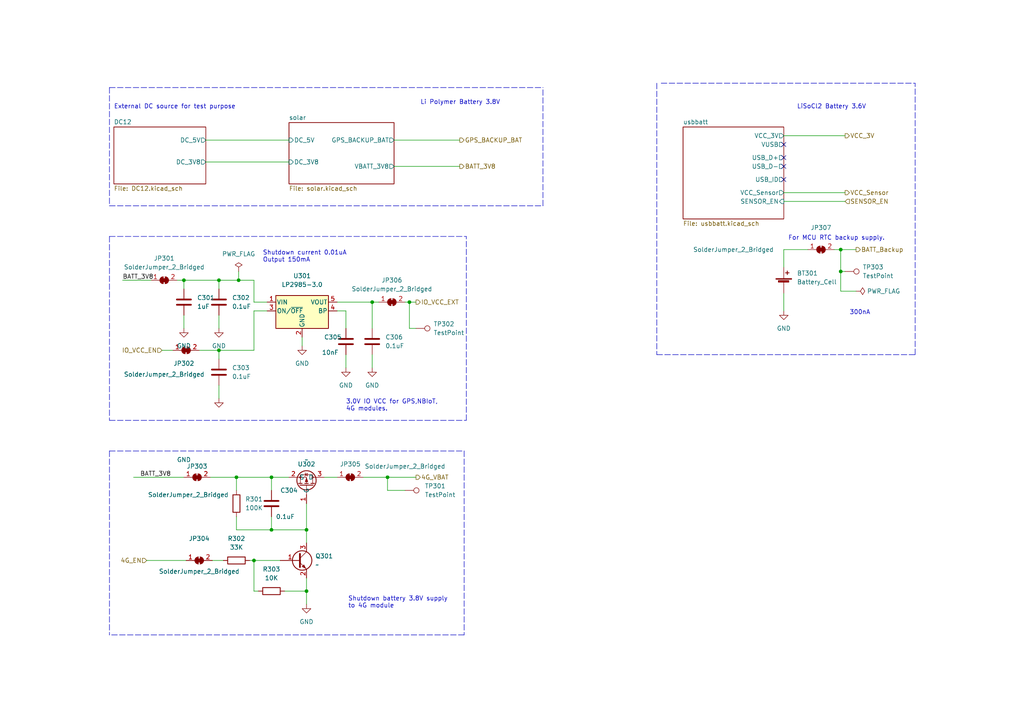
<source format=kicad_sch>
(kicad_sch (version 20211123) (generator eeschema)
  (paper "A4")
  (lib_symbols
    (symbol "Connector:TestPoint" (pin_numbers hide) (pin_names (offset 0.762) hide)
      (property "Reference" "TP" (at 0 6.858 0))
      (property "Value" "TestPoint" (at 0 5.08 0))
      (symbol "TestPoint_0_1"
        (circle (center 0 3.302) (radius 0.762))
      )
      (symbol "TestPoint_1_1"
        (pin passive line (at 0 0 90) (length 2.54) (name "1") (number "1"))
      )
    )
    (symbol "Device:Battery_Cell" (pin_numbers hide) (pin_names (offset 0) hide)
      (property "Reference" "BT" (at 2.54 2.54 0))
      (property "Value" "Battery_Cell" (at 2.54 0 0))
      (symbol "Battery_Cell_0_1"
        (rectangle (start -2.286 1.778) (end 2.286 1.524) (fill (type outline)))
        (rectangle (start -1.5748 1.1938) (end 1.4732 0.6858) (fill (type outline)))
        (polyline (pts (xy 0 0.762) (xy 0 0)))
        (polyline (pts (xy 0 1.778) (xy 0 2.54)))
        (polyline (pts (xy 0.508 3.429) (xy 1.524 3.429)) (stroke (width 0.254)))
        (polyline (pts (xy 1.016 3.937) (xy 1.016 2.921)) (stroke (width 0.254)))
      )
      (symbol "Battery_Cell_1_1"
        (pin passive line (at 0 5.08 270) (length 2.54) (name "+") (number "1"))
        (pin passive line (at 0 -2.54 90) (length 2.54) (name "-") (number "2"))
      )
    )
    (symbol "Device:C" (pin_numbers hide) (pin_names (offset 0.254))
      (property "Reference" "C" (at 0.635 2.54 0))
      (property "Value" "C" (at 0.635 -2.54 0))
      (symbol "C_0_1"
        (polyline (pts (xy -2.032 -0.762) (xy 2.032 -0.762)) (stroke (width 0.508)))
        (polyline (pts (xy -2.032 0.762) (xy 2.032 0.762)) (stroke (width 0.508)))
      )
      (symbol "C_1_1"
        (pin passive line (at 0 3.81 270) (length 2.794) (name "~") (number "1"))
        (pin passive line (at 0 -3.81 90) (length 2.794) (name "~") (number "2"))
      )
    )
    (symbol "Device:R" (pin_numbers hide) (pin_names (offset 0))
      (property "Reference" "R" (at 2.032 0 90))
      (property "Value" "R" (at 0 0 90))
      (symbol "R_0_1"
        (rectangle (start -1.016 -2.54) (end 1.016 2.54) (stroke (width 0.254)))
      )
      (symbol "R_1_1"
        (pin passive line (at 0 3.81 270) (length 1.27) (name "~") (number "1"))
        (pin passive line (at 0 -3.81 90) (length 1.27) (name "~") (number "2"))
      )
    )
    (symbol "Jumper:SolderJumper_2_Bridged" (pin_names (offset 0) hide)
      (property "Reference" "JP" (at 0 2.032 0))
      (property "Value" "SolderJumper_2_Bridged" (at 0 -2.54 0))
      (symbol "SolderJumper_2_Bridged_0_1"
        (rectangle (start -0.508 0.508) (end 0.508 -0.508) (fill (type outline)))
        (arc (start -0.254 1.016) (mid -1.27 0) (end -0.254 -1.016))
        (arc (start -0.254 1.016) (mid -1.27 0) (end -0.254 -1.016) (fill (type outline)))
        (polyline (pts (xy -0.254 1.016) (xy -0.254 -1.016)))
        (polyline (pts (xy 0.254 1.016) (xy 0.254 -1.016)))
        (arc (start 0.254 -1.016) (mid 1.27 0) (end 0.254 1.016))
        (arc (start 0.254 -1.016) (mid 1.27 0) (end 0.254 1.016) (fill (type outline)))
      )
      (symbol "SolderJumper_2_Bridged_1_1"
        (pin passive line (at -3.81 0 0) (length 2.54) (name "A") (number "1"))
        (pin passive line (at 3.81 0 180) (length 2.54) (name "B") (number "2"))
      )
    )
    (symbol "Regulator_Linear:LP2985-3.0" (pin_names (offset 0.254))
      (property "Reference" "U" (at -6.35 5.715 0))
      (property "Value" "LP2985-3.0" (at 0 5.715 0))
      (symbol "LP2985-3.0_0_1"
        (rectangle (start -7.62 -5.08) (end 7.62 4.445) (stroke (width 0.254)) (fill (type background)))
      )
      (symbol "LP2985-3.0_1_1"
        (pin power_in line (at -10.16 2.54 0) (length 2.54) (name "VIN") (number "1"))
        (pin power_in line (at 0 -7.62 90) (length 2.54) (name "GND") (number "2"))
        (pin input line (at -10.16 0 0) (length 2.54) (name "ON/~{OFF}") (number "3"))
        (pin input line (at 10.16 0 180) (length 2.54) (name "BP") (number "4"))
        (pin power_out line (at 10.16 2.54 180) (length 2.54) (name "VOUT") (number "5"))
      )
    )
    (symbol "Transistor_BJT:MMBT3904" (pin_names (offset 0) hide)
      (property "Reference" "Q" (at 5.08 1.905 0))
      (property "Value" "MMBT3904" (at 5.08 0 0))
      (symbol "MMBT3904_0_1"
        (polyline (pts (xy 0.635 0.635) (xy 2.54 2.54)))
        (polyline (pts (xy 0.635 -0.635) (xy 2.54 -2.54) (xy 2.54 -2.54)))
        (polyline (pts (xy 0.635 1.905) (xy 0.635 -1.905) (xy 0.635 -1.905)) (stroke (width 0.508)))
        (polyline (pts (xy 1.27 -1.778) (xy 1.778 -1.27) (xy 2.286 -2.286) (xy 1.27 -1.778) (xy 1.27 -1.778)) (fill (type outline)))
        (circle (center 1.27 0) (radius 2.8194) (stroke (width 0.254)))
      )
      (symbol "MMBT3904_1_1"
        (pin input line (at -5.08 0 0) (length 5.715) (name "B") (number "1"))
        (pin passive line (at 2.54 -5.08 90) (length 2.54) (name "E") (number "2"))
        (pin passive line (at 2.54 5.08 270) (length 2.54) (name "C") (number "3"))
      )
    )
    (symbol "lp-collapse:Si2347DS"
      (property "Reference" "U" (at 5.08 1.27 0))
      (property "Value" "Si2347DS" (at 7.62 -2.54 0))
      (symbol "Si2347DS_0_1"
        (polyline (pts (xy -1.016 0) (xy -3.81 0)))
        (polyline (pts (xy -1.016 1.905) (xy -1.016 -1.905)) (stroke (width 0.254)))
        (polyline (pts (xy -0.508 -1.27) (xy -0.508 -2.286)) (stroke (width 0.254)))
        (polyline (pts (xy -0.508 0.508) (xy -0.508 -0.508)) (stroke (width 0.254)))
        (polyline (pts (xy -0.508 2.286) (xy -0.508 1.27)) (stroke (width 0.254)))
        (polyline (pts (xy 1.27 2.54) (xy 1.27 1.778)))
        (polyline (pts (xy 1.27 -2.54) (xy 1.27 0) (xy -0.508 0)))
        (polyline (pts (xy -0.508 1.778) (xy 2.032 1.778) (xy 2.032 -1.778) (xy -0.508 -1.778)))
        (polyline (pts (xy 1.016 0) (xy 0 0.381) (xy 0 -0.381) (xy 1.016 0)) (fill (type outline)))
        (polyline (pts (xy 1.524 -0.508) (xy 1.651 -0.381) (xy 2.413 -0.381) (xy 2.54 -0.254)))
        (polyline (pts (xy 2.032 -0.381) (xy 1.651 0.254) (xy 2.413 0.254) (xy 2.032 -0.381)))
        (circle (center 0.381 0) (radius 2.794) (stroke (width 0.254)))
        (circle (center 1.27 -1.778) (radius 0.254) (fill (type outline)))
        (circle (center 1.27 1.778) (radius 0.254) (fill (type outline)))
      )
      (symbol "Si2347DS_1_1"
        (pin input line (at -6.35 0 0) (length 2.54) (name "G") (number "1"))
        (pin passive line (at 1.27 -5.08 90) (length 2.54) (name "S") (number "2"))
        (pin passive line (at 1.27 5.08 270) (length 2.54) (name "D") (number "3"))
      )
    )
    (symbol "power:GND" (power) (pin_names (offset 0))
      (property "Value" "GND" (at 0 -3.81 0))
      (symbol "GND_0_1"
        (polyline (pts (xy 0 0) (xy 0 -1.27) (xy 1.27 -1.27) (xy 0 -2.54) (xy -1.27 -1.27) (xy 0 -1.27)))
      )
      (symbol "GND_1_1"
        (pin power_in line (at 0 0 270) (length 0) hide (name "GND") (number "1"))
      )
    )
    (symbol "power:PWR_FLAG" (power) (pin_numbers hide) (pin_names (offset 0) hide)
      (property "Value" "PWR_FLAG" (at 0 3.81 0))
      (symbol "PWR_FLAG_0_0"
        (pin power_out line (at 0 0 90) (length 0) (name "pwr") (number "1"))
      )
      (symbol "PWR_FLAG_0_1"
        (polyline (pts (xy 0 0) (xy 0 1.27) (xy -1.016 1.905) (xy 0 2.54) (xy 1.016 1.905) (xy 0 1.27)))
      )
    )
  )
  (junction (at 243.84 78.74))
  (junction (at 243.84 72.39))
  (junction (at 107.95 87.63))
  (junction (at 63.5 101.6))
  (junction (at 118.745 87.63))
  (junction (at 88.9 171.45))
  (junction (at 63.5 81.28))
  (junction (at 53.34 81.28))
  (junction (at 88.9 153.67))
  (junction (at 73.66 162.56))
  (junction (at 68.58 138.43))
  (junction (at 112.395 138.43))
  (junction (at 78.74 153.67))
  (junction (at 78.74 138.43))
  (junction (at 69.215 81.28))
  (no_connect (at 227.33 52.07))
  (no_connect (at 227.33 45.72))
  (no_connect (at 227.33 48.26))
  (no_connect (at 227.33 41.91))
  (wire (pts (xy 88.9 167.64) (xy 88.9 171.45)))
  (wire (pts (xy 77.47 90.17) (xy 73.66 90.17)))
  (wire (pts (xy 227.33 55.88) (xy 245.11 55.88)))
  (wire (pts (xy 42.545 162.56) (xy 53.975 162.56)))
  (polyline (pts (xy 31.75 130.81) (xy 31.75 184.15)))
  (wire (pts (xy 53.34 81.28) (xy 51.435 81.28)))
  (wire (pts (xy 243.84 72.39) (xy 243.84 78.74)))
  (wire (pts (xy 100.33 102.87) (xy 100.33 106.68)))
  (wire (pts (xy 63.5 101.6) (xy 73.66 101.6)))
  (wire (pts (xy 114.3 48.26) (xy 133.35 48.26)))
  (wire (pts (xy 227.33 58.42) (xy 245.11 58.42)))
  (wire (pts (xy 107.95 87.63) (xy 107.95 95.25)))
  (wire (pts (xy 63.5 91.44) (xy 63.5 95.25)))
  (wire (pts (xy 117.475 87.63) (xy 118.745 87.63)))
  (wire (pts (xy 78.74 149.86) (xy 78.74 153.67)))
  (wire (pts (xy 73.66 162.56) (xy 81.28 162.56)))
  (polyline (pts (xy 31.75 130.81) (xy 134.62 130.81)))
  (wire (pts (xy 227.33 85.09) (xy 227.33 90.17)))
  (wire (pts (xy 63.5 81.28) (xy 63.5 83.82)))
  (wire (pts (xy 73.66 90.17) (xy 73.66 101.6)))
  (polyline (pts (xy 191.77 24.13) (xy 265.43 24.13)))
  (wire (pts (xy 59.69 40.64) (xy 83.82 40.64)))
  (polyline (pts (xy 135.255 121.92) (xy 135.255 68.58)))
  (polyline (pts (xy 31.75 25.4) (xy 31.75 59.69)))
  (wire (pts (xy 105.41 138.43) (xy 112.395 138.43)))
  (polyline (pts (xy 31.75 121.92) (xy 135.255 121.92)))
  (wire (pts (xy 43.815 81.28) (xy 35.56 81.28)))
  (wire (pts (xy 248.285 72.39) (xy 243.84 72.39)))
  (polyline (pts (xy 31.75 59.69) (xy 157.48 59.69)))
  (wire (pts (xy 78.74 153.67) (xy 88.9 153.67)))
  (wire (pts (xy 88.9 153.67) (xy 88.9 157.48)))
  (polyline (pts (xy 265.43 102.87) (xy 265.43 24.13)))
  (wire (pts (xy 61.595 162.56) (xy 64.77 162.56)))
  (wire (pts (xy 88.9 171.45) (xy 82.55 171.45)))
  (polyline (pts (xy 31.75 68.58) (xy 135.255 68.58)))
  (polyline (pts (xy 31.75 25.4) (xy 157.48 25.4)))
  (wire (pts (xy 59.69 46.99) (xy 83.82 46.99)))
  (wire (pts (xy 78.74 138.43) (xy 78.74 142.24)))
  (wire (pts (xy 248.285 84.455) (xy 243.84 84.455)))
  (polyline (pts (xy 134.62 184.15) (xy 31.75 184.15)))
  (wire (pts (xy 73.66 162.56) (xy 73.66 171.45)))
  (wire (pts (xy 120.65 95.25) (xy 118.745 95.25)))
  (wire (pts (xy 63.5 111.76) (xy 63.5 115.57)))
  (polyline (pts (xy 134.62 130.81) (xy 134.62 184.15)))
  (wire (pts (xy 118.745 95.25) (xy 118.745 87.63)))
  (wire (pts (xy 53.34 81.28) (xy 53.34 83.82)))
  (wire (pts (xy 46.99 101.6) (xy 50.165 101.6)))
  (wire (pts (xy 107.95 87.63) (xy 109.855 87.63)))
  (wire (pts (xy 114.3 40.64) (xy 133.35 40.64)))
  (polyline (pts (xy 190.5 102.87) (xy 265.43 102.87)))
  (wire (pts (xy 227.33 72.39) (xy 227.33 77.47)))
  (wire (pts (xy 73.66 87.63) (xy 73.66 81.28)))
  (wire (pts (xy 68.58 153.67) (xy 78.74 153.67)))
  (wire (pts (xy 93.98 138.43) (xy 97.79 138.43)))
  (wire (pts (xy 97.79 90.17) (xy 100.33 90.17)))
  (wire (pts (xy 243.84 72.39) (xy 241.935 72.39)))
  (wire (pts (xy 245.11 78.74) (xy 243.84 78.74)))
  (wire (pts (xy 68.58 138.43) (xy 78.74 138.43)))
  (wire (pts (xy 88.9 171.45) (xy 88.9 175.26)))
  (wire (pts (xy 78.74 138.43) (xy 83.82 138.43)))
  (wire (pts (xy 72.39 162.56) (xy 73.66 162.56)))
  (wire (pts (xy 69.215 81.28) (xy 63.5 81.28)))
  (wire (pts (xy 63.5 101.6) (xy 63.5 104.14)))
  (polyline (pts (xy 190.5 24.13) (xy 190.5 102.87)))
  (wire (pts (xy 107.95 102.87) (xy 107.95 106.68)))
  (wire (pts (xy 97.79 87.63) (xy 107.95 87.63)))
  (wire (pts (xy 38.735 138.43) (xy 53.34 138.43)))
  (polyline (pts (xy 157.48 59.69) (xy 157.48 25.4)))
  (wire (pts (xy 243.84 84.455) (xy 243.84 78.74)))
  (wire (pts (xy 73.66 81.28) (xy 69.215 81.28)))
  (wire (pts (xy 112.395 138.43) (xy 120.65 138.43)))
  (wire (pts (xy 87.63 97.79) (xy 87.63 100.33)))
  (wire (pts (xy 227.33 39.37) (xy 245.11 39.37)))
  (wire (pts (xy 60.96 138.43) (xy 68.58 138.43)))
  (wire (pts (xy 69.215 78.74) (xy 69.215 81.28)))
  (wire (pts (xy 88.9 146.05) (xy 88.9 153.67)))
  (wire (pts (xy 112.395 138.43) (xy 112.395 142.24)))
  (wire (pts (xy 68.58 138.43) (xy 68.58 142.24)))
  (wire (pts (xy 77.47 87.63) (xy 73.66 87.63)))
  (wire (pts (xy 57.785 101.6) (xy 63.5 101.6)))
  (wire (pts (xy 68.58 149.86) (xy 68.58 153.67)))
  (wire (pts (xy 100.33 90.17) (xy 100.33 95.25)))
  (polyline (pts (xy 31.75 68.58) (xy 31.75 121.92)))
  (wire (pts (xy 53.34 91.44) (xy 53.34 95.25)))
  (wire (pts (xy 63.5 81.28) (xy 53.34 81.28)))
  (wire (pts (xy 74.93 171.45) (xy 73.66 171.45)))
  (wire (pts (xy 117.475 142.24) (xy 112.395 142.24)))
  (wire (pts (xy 118.745 87.63) (xy 120.65 87.63)))
  (wire (pts (xy 234.315 72.39) (xy 227.33 72.39)))
  (text "Shutdown current 0.01uA\nOutput 150mA" (at 76.2 76.2 0) (effects (font (size 1.27 1.27)) (justify left bottom)))
  (text "For MCU RTC backup supply." (at 228.6 69.85 0) (effects (font (size 1.27 1.27)) (justify left bottom)))
  (text "External DC source for test purpose" (at 33.02 31.75 0) (effects (font (size 1.27 1.27)) (justify left bottom)))
  (text "Li Polymer Battery 3.8V" (at 121.92 30.48 0) (effects (font (size 1.27 1.27)) (justify left bottom)))
  (text "LiSoCl2 Battery 3.6V" (at 231.14 31.75 0) (effects (font (size 1.27 1.27)) (justify left bottom)))
  (text "3.0V IO VCC for GPS,NBIoT,\n4G modules." (at 100.33 119.38 0) (effects (font (size 1.27 1.27)) (justify left bottom)))
  (text "Shutdown battery 3.8V supply \nto 4G module" (at 100.965 176.53 0) (effects (font (size 1.27 1.27)) (justify left bottom)))
  (text "300nA" (at 246.38 91.44 0) (effects (font (size 1.27 1.27)) (justify left bottom)))
  (label "BATT_3V8" (at 40.64 138.43 0))
  (label "BATT_3V8" (at 35.56 81.28 0))
  (hierarchical_label "VCC_Sensor" (shape output) (at 245.11 55.88 0))
  (hierarchical_label "4G_VBAT" (shape output) (at 120.65 138.43 0))
  (hierarchical_label "IO_VCC_EN" (shape input) (at 46.99 101.6 180))
  (hierarchical_label "BATT_Backup" (shape output) (at 248.285 72.39 0))
  (hierarchical_label "4G_EN" (shape input) (at 42.545 162.56 180))
  (hierarchical_label "SENSOR_EN" (shape input) (at 245.11 58.42 0))
  (hierarchical_label "VCC_3V" (shape output) (at 245.11 39.37 0))
  (hierarchical_label "BATT_3V8" (shape output) (at 133.35 48.26 0))
  (hierarchical_label "GPS_BACKUP_BAT" (shape output) (at 133.35 40.64 0))
  (hierarchical_label "IO_VCC_EXT" (shape output) (at 120.65 87.63 0))
  (symbol (lib_id "Regulator_Linear:LP2985-3.0") (at 87.63 90.17 0) (unit 1)
    (property "Reference" "U301" (at 87.63 80.01 0))
    (property "Value" "LP2985-3.0" (at 87.63 82.55 0))
    (property "Footprint" "Package_TO_SOT_SMD:SOT-23-5" (effects hide))
    (property "Datasheet" "http://www.ti.com/lit/ds/symlink/lp2985.pdf" (effects hide))
  )
  (symbol (lib_id "power:GND") (at 107.95 106.68 0) (unit 1)
    (property "Reference" "#PWR0307" (effects hide))
    (property "Value" "~" (at 107.95 111.76 0))
  )
  (symbol (lib_id "power:PWR_FLAG") (at 248.285 84.455 270) (unit 1)
    (property "Reference" "#FLG0103" (effects hide))
    (property "Value" "PWR_FLAG" (at 251.46 84.4549 90) (effects (justify left)))
  )
  (symbol (lib_id "Device:C") (at 107.95 99.06 0) (unit 1)
    (property "Reference" "C306" (at 111.76 97.7899 0) (effects (justify left)))
    (property "Value" "0.1uF" (at 111.76 100.3299 0) (effects (justify left)))
  )
  (symbol (lib_id "Jumper:SolderJumper_2_Bridged") (at 57.15 138.43 0) (unit 1)
    (property "Reference" "JP303" (at 57.15 135.255 0))
    (property "Value" "SolderJumper_2_Bridged" (at 54.61 143.51 0))
  )
  (symbol (lib_id "Device:C") (at 100.33 99.06 0) (unit 1)
    (property "Reference" "C305" (at 93.98 97.79 0) (effects (justify left)))
    (property "Value" "10nF" (at 93.345 102.235 0) (effects (justify left)))
  )
  (symbol (lib_id "Jumper:SolderJumper_2_Bridged") (at 238.125 72.39 0) (unit 1)
    (property "Reference" "JP307" (at 238.125 66.04 0))
    (property "Value" "SolderJumper_2_Bridged" (at 212.725 72.39 0))
  )
  (symbol (lib_id "power:GND") (at 100.33 106.68 0) (unit 1)
    (property "Reference" "#PWR0306" (effects hide))
    (property "Value" "~" (at 100.33 111.76 0))
  )
  (symbol (lib_id "lp-collapse:Si2347DS") (at 88.9 139.7 270) (mirror x) (unit 1)
    (property "Reference" "U302" (at 88.9 134.62 90))
    (property "Value" "~" (at 88.9 133.35 90))
  )
  (symbol (lib_id "Device:C") (at 63.5 87.63 0) (unit 1)
    (property "Reference" "C302" (at 67.31 86.3599 0) (effects (justify left)))
    (property "Value" "0.1uF" (at 67.31 88.8999 0) (effects (justify left)))
  )
  (symbol (lib_id "Connector:TestPoint") (at 120.65 95.25 270) (unit 1)
    (property "Reference" "TP302" (at 125.73 93.9799 90) (effects (justify left)))
    (property "Value" "TestPoint" (at 125.73 96.5199 90) (effects (justify left)))
  )
  (symbol (lib_id "power:GND") (at 87.63 100.33 0) (unit 1)
    (property "Reference" "#PWR0304" (effects hide))
    (property "Value" "GND" (at 87.63 105.41 0))
  )
  (symbol (lib_id "Device:C") (at 63.5 107.95 0) (unit 1)
    (property "Reference" "C303" (at 67.31 106.6799 0) (effects (justify left)))
    (property "Value" "0.1uF" (at 67.31 109.2199 0) (effects (justify left)))
  )
  (symbol (lib_id "Device:R") (at 68.58 162.56 90) (unit 1)
    (property "Reference" "R302" (at 68.58 156.21 90))
    (property "Value" "33K" (at 68.58 158.75 90))
  )
  (symbol (lib_id "Connector:TestPoint") (at 245.11 78.74 270) (unit 1)
    (property "Reference" "TP303" (at 250.19 77.4699 90) (effects (justify left)))
    (property "Value" "TestPoint" (at 250.19 80.0099 90) (effects (justify left)))
  )
  (symbol (lib_id "power:GND") (at 88.9 175.26 0) (unit 1)
    (property "Reference" "#PWR0305" (effects hide))
    (property "Value" "GND" (at 88.9 180.34 0))
  )
  (symbol (lib_id "power:PWR_FLAG") (at 69.215 78.74 0) (unit 1)
    (property "Reference" "#FLG0101" (effects hide))
    (property "Value" "PWR_FLAG" (at 69.215 73.66 0))
  )
  (symbol (lib_id "Jumper:SolderJumper_2_Bridged") (at 113.665 87.63 0) (unit 1)
    (property "Reference" "JP306" (at 113.665 81.28 0))
    (property "Value" "SolderJumper_2_Bridged" (at 113.665 83.82 0))
  )
  (symbol (lib_id "power:GND") (at 63.5 115.57 0) (unit 1)
    (property "Reference" "#PWR0303" (effects hide))
    (property "Value" "~" (at 53.34 133.35 0))
  )
  (symbol (lib_id "Device:C") (at 78.74 146.05 0) (unit 1)
    (property "Reference" "C304" (at 81.28 142.24 0) (effects (justify left)))
    (property "Value" "0.1uF" (at 80.01 149.86 0) (effects (justify left)))
  )
  (symbol (lib_id "Jumper:SolderJumper_2_Bridged") (at 57.785 162.56 0) (unit 1)
    (property "Reference" "JP304" (at 57.785 156.21 0))
    (property "Value" "SolderJumper_2_Bridged" (at 57.785 165.735 0))
  )
  (symbol (lib_id "Device:Battery_Cell") (at 227.33 82.55 0) (unit 1)
    (property "Reference" "BT301" (at 231.14 79.2479 0) (effects (justify left)))
    (property "Value" "Battery_Cell" (at 231.14 81.7879 0) (effects (justify left)))
    (property "Footprint" "Battery:BatteryHolder_Keystone_1058_1x2032" (effects hide))
  )
  (symbol (lib_id "power:GND") (at 63.5 95.25 0) (unit 1)
    (property "Reference" "#PWR0302" (effects hide))
    (property "Value" "~" (at 63.5 100.33 0))
  )
  (symbol (lib_id "power:GND") (at 227.33 90.17 0) (unit 1)
    (property "Reference" "#PWR0308" (effects hide))
    (property "Value" "GND" (at 227.33 95.25 0))
  )
  (symbol (lib_id "Jumper:SolderJumper_2_Bridged") (at 53.975 101.6 0) (unit 1)
    (property "Reference" "JP302" (at 53.34 105.41 0))
    (property "Value" "SolderJumper_2_Bridged" (at 47.625 108.585 0))
  )
  (symbol (lib_id "Device:R") (at 78.74 171.45 270) (unit 1)
    (property "Reference" "R303" (at 78.74 165.1 90))
    (property "Value" "10K" (at 78.74 167.64 90))
  )
  (symbol (lib_id "power:GND") (at 53.34 95.25 0) (unit 1)
    (property "Reference" "#PWR0301" (effects hide))
    (property "Value" "~" (at 53.34 100.33 0))
  )
  (symbol (lib_id "Device:R") (at 68.58 146.05 0) (unit 1)
    (property "Reference" "R301" (at 71.12 144.7799 0) (effects (justify left)))
    (property "Value" "100K" (at 71.12 147.3199 0) (effects (justify left)))
  )
  (symbol (lib_id "Transistor_BJT:MMBT3904") (at 86.36 162.56 0) (unit 1)
    (property "Reference" "Q301" (at 91.44 161.2899 0) (effects (justify left)))
    (property "Value" "~" (at 91.44 163.8299 0) (effects (justify left)))
    (property "Datasheet" "https://www.onsemi.com/pub/Collateral/2N3903-D.PDF" (effects hide))
  )
  (symbol (lib_id "Connector:TestPoint") (at 117.475 142.24 270) (unit 1)
    (property "Reference" "TP301" (at 123.19 140.9699 90) (effects (justify left)))
    (property "Value" "TestPoint" (at 123.19 143.5099 90) (effects (justify left)))
  )
  (symbol (lib_id "Jumper:SolderJumper_2_Bridged") (at 47.625 81.28 0) (unit 1)
    (property "Reference" "JP301" (at 47.625 74.93 0))
    (property "Value" "SolderJumper_2_Bridged" (at 47.625 77.47 0))
  )
  (symbol (lib_id "Device:C") (at 53.34 87.63 0) (unit 1)
    (property "Reference" "C301" (at 57.15 86.3599 0) (effects (justify left)))
    (property "Value" "1uF" (at 57.15 88.8999 0) (effects (justify left)))
  )
  (symbol (lib_id "Jumper:SolderJumper_2_Bridged") (at 101.6 138.43 0) (unit 1)
    (property "Reference" "JP305" (at 101.6 134.62 0))
    (property "Value" "SolderJumper_2_Bridged" (at 117.475 135.255 0))
  )
  (sheet (at 33.02 36.83) (size 26.67 16.51) (stroke (width 0.1524))
    (property "Sheet name" "DC12" (at 33.02 36.1184 0) (effects (justify left bottom)))
    (property "Sheet file" "DC12.kicad_sch" (at 33.02 53.9246 0) (effects (justify left top)))
    (pin "DC_5V" output (at 59.69 40.64 0))
    (pin "DC_3V8" output (at 59.69 46.99 0))
  )
  (sheet (at 198.12 36.83) (size 29.21 26.67) (stroke (width 0.1524))
    (property "Sheet name" "usbbatt" (at 198.12 36.1184 0) (effects (justify left bottom)))
    (property "Sheet file" "usbbatt.kicad_sch" (at 198.12 64.0846 0) (effects (justify left top)))
    (pin "VCC_3V" output (at 227.33 39.37 0))
    (pin "USB_D-" output (at 227.33 48.26 0))
    (pin "VUSB" output (at 227.33 41.91 0))
    (pin "USB_ID" output (at 227.33 52.07 0))
    (pin "USB_D+" output (at 227.33 45.72 0))
    (pin "VCC_Sensor" output (at 227.33 55.88 0))
    (pin "SENSOR_EN" input (at 227.33 58.42 0))
  )
  (sheet (at 83.82 35.56) (size 30.48 17.78) (stroke (width 0.1524))
    (property "Sheet name" "solar" (at 83.82 34.8484 0) (effects (justify left bottom)))
    (property "Sheet file" "solar.kicad_sch" (at 83.82 53.9246 0) (effects (justify left top)))
    (pin "DC_5V" input (at 83.82 40.64 180))
    (pin "VBATT_3V8" output (at 114.3 48.26 0))
    (pin "DC_3V8" input (at 83.82 46.99 180))
    (pin "GPS_BACKUP_BAT" output (at 114.3 40.64 0))
  )
)
</source>
